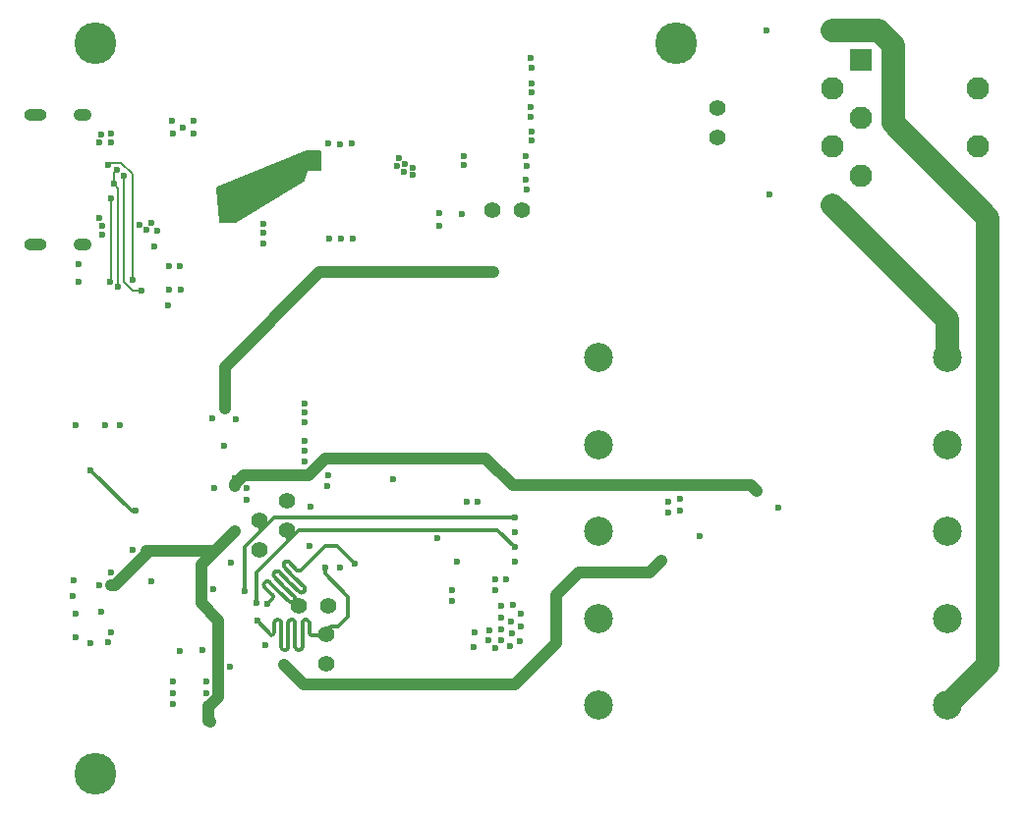
<source format=gbr>
G04 #@! TF.GenerationSoftware,KiCad,Pcbnew,9.0.1+1*
G04 #@! TF.CreationDate,2025-09-08T08:51:25+00:00*
G04 #@! TF.ProjectId,c64psu,63363470-7375-42e6-9b69-6361645f7063,rev?*
G04 #@! TF.SameCoordinates,Original*
G04 #@! TF.FileFunction,Copper,L3,Inr*
G04 #@! TF.FilePolarity,Positive*
%FSLAX46Y46*%
G04 Gerber Fmt 4.6, Leading zero omitted, Abs format (unit mm)*
G04 Created by KiCad (PCBNEW 9.0.1+1) date 2025-09-08 08:51:25*
%MOMM*%
%LPD*%
G01*
G04 APERTURE LIST*
G04 #@! TA.AperFunction,ComponentPad*
%ADD10C,2.500000*%
G04 #@! TD*
G04 #@! TA.AperFunction,ComponentPad*
%ADD11C,1.400000*%
G04 #@! TD*
G04 #@! TA.AperFunction,ComponentPad*
%ADD12C,3.600000*%
G04 #@! TD*
G04 #@! TA.AperFunction,ComponentPad*
%ADD13O,1.550000X1.050000*%
G04 #@! TD*
G04 #@! TA.AperFunction,ComponentPad*
%ADD14O,1.950000X1.050000*%
G04 #@! TD*
G04 #@! TA.AperFunction,ComponentPad*
%ADD15C,1.950000*%
G04 #@! TD*
G04 #@! TA.AperFunction,ComponentPad*
%ADD16R,1.950000X1.950000*%
G04 #@! TD*
G04 #@! TA.AperFunction,ViaPad*
%ADD17C,0.600000*%
G04 #@! TD*
G04 #@! TA.AperFunction,Conductor*
%ADD18C,1.000000*%
G04 #@! TD*
G04 #@! TA.AperFunction,Conductor*
%ADD19C,2.000000*%
G04 #@! TD*
G04 #@! TA.AperFunction,Conductor*
%ADD20C,0.210000*%
G04 #@! TD*
G04 #@! TA.AperFunction,Conductor*
%ADD21C,0.300000*%
G04 #@! TD*
G04 APERTURE END LIST*
D10*
X183370000Y-69110000D03*
X183370000Y-76610000D03*
X183370000Y-84110000D03*
X183370000Y-91610000D03*
X183370000Y-99110000D03*
X213370000Y-69110000D03*
X213370000Y-76610000D03*
X213370000Y-84110000D03*
X213370000Y-91610000D03*
X213370000Y-99110000D03*
D11*
X157500000Y-90520000D03*
X160040000Y-90520000D03*
X159870000Y-92960001D03*
X159870000Y-95500001D03*
D12*
X190000000Y-42000000D03*
D11*
X156510000Y-84019999D03*
X156510000Y-81479999D03*
D13*
X138850000Y-48155000D03*
X138850000Y-59395000D03*
D14*
X134850000Y-48155000D03*
X134850000Y-59395000D03*
D11*
X154120000Y-83130000D03*
X154120000Y-85670000D03*
D12*
X140000000Y-105000000D03*
D11*
X174170300Y-56365150D03*
X176710300Y-56365150D03*
D15*
X215980000Y-50940000D03*
X215980000Y-45940000D03*
D16*
X205980000Y-43440000D03*
D15*
X205980000Y-48440000D03*
X205980000Y-53440000D03*
X203480000Y-45940000D03*
X203480000Y-50940000D03*
X203480000Y-40940000D03*
X203480000Y-55940000D03*
D11*
X193598800Y-50170399D03*
X193598800Y-47630399D03*
D12*
X140000000Y-42000000D03*
D17*
X177535865Y-48329416D03*
X158035465Y-78041544D03*
X147232327Y-61231221D03*
X147367023Y-63241024D03*
X151605000Y-95741000D03*
X154433265Y-59249852D03*
X175390000Y-88210000D03*
X141333500Y-50573950D03*
X146631130Y-48684508D03*
X151064199Y-76720200D03*
X140331850Y-57091395D03*
X173980000Y-92610000D03*
X148432067Y-48691598D03*
X177119813Y-54592482D03*
X157983504Y-74683571D03*
X174990000Y-92530000D03*
X138527300Y-61038750D03*
X150084899Y-74380500D03*
X151683800Y-86777400D03*
X154440694Y-57570786D03*
X189331600Y-81539200D03*
X174950000Y-90530000D03*
X145282548Y-58147437D03*
X177104954Y-53790096D03*
X177104954Y-51739555D03*
X149522200Y-98027000D03*
X198095437Y-55040963D03*
X160020000Y-79260000D03*
X169460400Y-84665999D03*
X174960000Y-93480000D03*
X138323400Y-93201000D03*
X147531100Y-49253150D03*
X138522300Y-62548750D03*
X144836226Y-57520465D03*
X141333500Y-49761150D03*
X177127243Y-52556800D03*
X140307085Y-50562617D03*
X143818100Y-57662976D03*
X149245400Y-94318600D03*
X166682700Y-52402750D03*
X146654600Y-97061800D03*
X154474999Y-58375000D03*
X138120200Y-88324200D03*
X160157760Y-58870423D03*
X138034789Y-89679611D03*
X146673671Y-49826047D03*
X172610000Y-94090000D03*
X141320600Y-87641000D03*
X169601100Y-57736750D03*
X141320600Y-92794600D03*
X153003299Y-80397700D03*
X175700000Y-93970000D03*
X176101001Y-84190000D03*
X160010000Y-80230000D03*
X146659800Y-98027000D03*
X145102500Y-59510000D03*
X167363100Y-53332350D03*
X177543295Y-44094603D03*
X144775000Y-88375000D03*
X197790637Y-40920237D03*
X147264200Y-94420200D03*
X175960000Y-90460000D03*
X140304600Y-88781400D03*
X176610000Y-92320000D03*
X144395672Y-58112274D03*
X140863400Y-74944200D03*
X146310724Y-63283560D03*
X177550724Y-46204580D03*
X158022475Y-76261883D03*
X140579500Y-58488140D03*
X146324903Y-61263122D03*
X160074001Y-50619797D03*
X148417887Y-49804776D03*
X170742500Y-90090001D03*
X162094824Y-50679232D03*
X157994999Y-73840000D03*
X146287500Y-64656750D03*
X177550724Y-50424534D03*
X158034999Y-77120000D03*
X165971500Y-52605950D03*
X140503893Y-90994456D03*
X161094700Y-50724549D03*
X176570000Y-93540000D03*
X192043900Y-84531200D03*
X143228200Y-85733400D03*
X171750508Y-52544481D03*
X174410000Y-88230000D03*
X177543295Y-45454201D03*
X146652601Y-98992200D03*
X153026099Y-81362900D03*
X190347600Y-81308000D03*
X141066600Y-93658200D03*
X139542600Y-93743611D03*
X140569594Y-57765003D03*
X161150000Y-58875000D03*
X161030000Y-87260000D03*
X138323400Y-74944200D03*
X171559500Y-56722749D03*
X149522200Y-97061800D03*
X174420000Y-94130000D03*
X162175539Y-58862446D03*
X171770320Y-51742096D03*
X177528436Y-43284788D03*
X176650000Y-91200000D03*
X167292300Y-52758350D03*
X173830000Y-93520000D03*
X150214499Y-80397700D03*
X177528436Y-47541890D03*
X166530300Y-53113950D03*
X166174700Y-51894750D03*
X174990000Y-91550000D03*
X172632500Y-92840000D03*
X138276507Y-91241944D03*
X142133400Y-74944200D03*
X177550724Y-49607290D03*
X157996495Y-73098764D03*
X152116899Y-74403300D03*
X150120848Y-89122200D03*
X175790000Y-91900000D03*
X169631099Y-56669949D03*
X140498762Y-49899690D03*
X171950000Y-81560000D03*
X198808100Y-82057200D03*
X175900000Y-92890000D03*
X172910000Y-81560000D03*
X165630000Y-79620000D03*
X151125000Y-72700000D03*
X190347600Y-82268000D03*
X174250000Y-61750000D03*
X151156092Y-71816415D03*
X189331600Y-82499200D03*
X173375000Y-61750000D03*
X172575000Y-61750000D03*
X151125000Y-73500000D03*
X152014000Y-84082400D03*
X150617000Y-95741000D03*
X152014198Y-79550000D03*
X149855000Y-100516200D03*
X151429800Y-84666600D03*
X196951600Y-80646000D03*
X149753400Y-99144600D03*
X141320600Y-88601000D03*
X152014198Y-80340000D03*
X150921800Y-85174600D03*
X144260200Y-85835000D03*
X174410000Y-89190000D03*
X141607500Y-54138750D03*
X141972586Y-62987169D03*
X141822754Y-52912510D03*
X143924300Y-63375550D03*
X142458534Y-53398090D03*
X141127500Y-52516750D03*
X143213100Y-62421750D03*
X141367500Y-55349750D03*
X141289958Y-62570008D03*
X139593400Y-78844200D03*
X143454200Y-82329800D03*
X151540302Y-56263550D03*
X159130000Y-52010000D03*
X158535728Y-52532220D03*
X158460000Y-51740000D03*
X151595100Y-57228750D03*
X150934700Y-55755550D03*
X176101001Y-85460000D03*
X153870000Y-90250000D03*
X152840000Y-89250000D03*
X176101001Y-82920000D03*
X154810000Y-90350000D03*
X162300000Y-86920000D03*
X153960000Y-91830000D03*
X159760000Y-87260000D03*
X156230000Y-95590000D03*
X188772800Y-86614000D03*
X158460000Y-85330000D03*
X176101001Y-86730000D03*
X158490000Y-81970000D03*
X171151001Y-86730000D03*
X154620000Y-93930000D03*
X170742500Y-89140002D03*
D18*
X151125000Y-69925000D02*
X159300000Y-61750000D01*
X151125000Y-71785323D02*
X151125000Y-69925000D01*
X159300000Y-61750000D02*
X174250000Y-61750000D01*
X151156092Y-71816415D02*
X151125000Y-71847507D01*
X151156092Y-71816415D02*
X151125000Y-71785323D01*
X151125000Y-72700000D02*
X151125000Y-73500000D01*
X151125000Y-71847507D02*
X151125000Y-72700000D01*
D19*
X213370000Y-69110000D02*
X213370000Y-65830000D01*
X213370000Y-65830000D02*
X203480000Y-55940000D01*
X207460000Y-40940000D02*
X208700000Y-42180000D01*
X203480000Y-40940000D02*
X207460000Y-40940000D01*
X208700000Y-48900000D02*
X216880000Y-57080000D01*
X216880000Y-57080000D02*
X216880000Y-95600000D01*
X216880000Y-95600000D02*
X213370000Y-99110000D01*
X208700000Y-42180000D02*
X208700000Y-48900000D01*
D18*
X149093000Y-90254600D02*
X150604000Y-91765600D01*
X141646628Y-88730600D02*
X141305600Y-88730600D01*
X149753400Y-99144600D02*
X149753400Y-100414600D01*
X150921800Y-85174600D02*
X150312200Y-85784200D01*
X173640000Y-77830000D02*
X159780000Y-77830000D01*
X149753400Y-100414600D02*
X149855000Y-100516200D01*
X149093000Y-87003400D02*
X149093000Y-90254600D01*
X150604000Y-95741000D02*
X150604000Y-98360828D01*
X152745371Y-79240000D02*
X152002299Y-79983072D01*
X159780000Y-77830000D02*
X158370000Y-79240000D01*
X144368600Y-85784200D02*
X144368600Y-86008628D01*
X150312200Y-85784200D02*
X144368600Y-85784200D01*
X158370000Y-79240000D02*
X152745371Y-79240000D01*
X196951600Y-80646000D02*
X196455600Y-80150000D01*
X144368600Y-86008628D02*
X141646628Y-88730600D01*
X150604000Y-98360828D02*
X149820228Y-99144600D01*
X149820228Y-99144600D02*
X149753400Y-99144600D01*
X152002299Y-84070699D02*
X152014000Y-84082400D01*
X175960000Y-80150000D02*
X173640000Y-77830000D01*
X196455600Y-80150000D02*
X175960000Y-80150000D01*
X150604000Y-91765600D02*
X150604000Y-95741000D01*
X152002299Y-79983072D02*
X152002299Y-80160000D01*
X152014000Y-84082400D02*
X149093000Y-87003400D01*
D20*
X141972586Y-59442636D02*
X141972586Y-62987169D01*
X141607500Y-54138750D02*
X141973500Y-54504750D01*
X141607500Y-53127764D02*
X141822754Y-52912510D01*
X141973500Y-54504750D02*
X141973500Y-59441722D01*
X141973500Y-59441722D02*
X141972586Y-59442636D01*
X141607500Y-54138750D02*
X141607500Y-53127764D01*
X143213100Y-63375550D02*
X143924300Y-63375550D01*
X142451100Y-62613550D02*
X143213100Y-63375550D01*
X142458534Y-53398090D02*
X142451100Y-53405524D01*
X142451100Y-53405524D02*
X142451100Y-62613550D01*
X143213100Y-53295642D02*
X143213100Y-62421750D01*
X142223968Y-52306510D02*
X143213100Y-53295642D01*
X141337740Y-52306510D02*
X142223968Y-52306510D01*
X141127500Y-52516750D02*
X141337740Y-52306510D01*
X141367500Y-55349750D02*
X141367500Y-62492466D01*
X141367500Y-62492466D02*
X141289958Y-62570008D01*
D21*
X143079000Y-82329800D02*
X139593400Y-78844200D01*
X143454200Y-82329800D02*
X143079000Y-82329800D01*
X156580000Y-84930000D02*
X157510000Y-84000000D01*
X156580000Y-84930000D02*
X156580000Y-84089999D01*
X156580000Y-84089999D02*
X156510000Y-84019999D01*
X153870000Y-87640000D02*
X156580000Y-84930000D01*
X153870000Y-90250000D02*
X153870000Y-87640000D01*
X174641001Y-84000000D02*
X176101001Y-85460000D01*
X157510000Y-84000000D02*
X174641001Y-84000000D01*
X152840000Y-89250000D02*
X152840000Y-85450000D01*
X155370000Y-82920000D02*
X176101001Y-82920000D01*
X154235000Y-83245000D02*
X154120000Y-83130000D01*
X152840000Y-85450000D02*
X155370000Y-82920000D01*
X154235000Y-84055000D02*
X154235000Y-83245000D01*
X154235000Y-84055000D02*
X155370000Y-82920000D01*
X157135267Y-89735929D02*
X156279667Y-88880329D01*
X156696863Y-86751941D02*
X157382757Y-87437835D01*
X155855405Y-89304595D02*
X156711004Y-90160194D01*
X157722169Y-87437834D02*
X157807021Y-87352980D01*
X154999807Y-88448998D02*
X155685701Y-89134892D01*
X155855407Y-89304598D02*
X155855405Y-89304595D01*
X156272599Y-86836792D02*
X156357451Y-86751941D01*
X157983795Y-88887401D02*
X157128195Y-88031801D01*
X156279667Y-88880329D02*
X156279669Y-88880331D01*
X157050415Y-90160194D02*
X157135267Y-90075341D01*
X155685701Y-89134892D02*
X155855407Y-89304598D01*
X160780000Y-85400000D02*
X162300000Y-86920000D01*
X158237818Y-86922182D02*
X159760000Y-85400000D01*
X157898943Y-89311666D02*
X157983795Y-89226813D01*
X156703933Y-88456067D02*
X157559532Y-89311666D01*
X155424071Y-87685320D02*
X155508923Y-87600469D01*
X156279669Y-88880331D02*
X155424070Y-88024732D01*
X157807021Y-87352980D02*
X158237818Y-86922182D01*
X157128195Y-88031801D02*
X157128197Y-88031803D01*
X154575541Y-88533851D02*
X154660395Y-88448998D01*
X156703935Y-88456069D02*
X156703933Y-88456067D01*
X156958492Y-87862098D02*
X156272598Y-87176204D01*
X155848335Y-87600469D02*
X156703935Y-88456069D01*
X159760000Y-85400000D02*
X160780000Y-85400000D01*
X155261435Y-89559154D02*
X154575542Y-88873261D01*
X157128197Y-88031803D02*
X156958492Y-87862098D01*
X154810000Y-90350000D02*
X155261434Y-89898566D01*
X155508923Y-87600469D02*
G75*
G02*
X155848335Y-87600469I169706J-169701D01*
G01*
X154660395Y-88448998D02*
G75*
G02*
X154999807Y-88448998I169706J-169708D01*
G01*
X156711004Y-90160194D02*
G75*
G03*
X157050415Y-90160195I169706J169707D01*
G01*
X157983795Y-89226813D02*
G75*
G03*
X157983802Y-88887394I-169695J169713D01*
G01*
X155261434Y-89898566D02*
G75*
G03*
X155261395Y-89559194I-169734J169666D01*
G01*
X157559532Y-89311666D02*
G75*
G03*
X157898943Y-89311667I169706J169707D01*
G01*
X157135267Y-90075341D02*
G75*
G03*
X157135302Y-89735894I-169667J169741D01*
G01*
X154575542Y-88873261D02*
G75*
G02*
X154575585Y-88533896I169658J169661D01*
G01*
X155424070Y-88024732D02*
G75*
G02*
X155424044Y-87685294I169730J169732D01*
G01*
X156357451Y-86751941D02*
G75*
G02*
X156696863Y-86751941I169706J-169701D01*
G01*
X157382757Y-87437835D02*
G75*
G03*
X157722206Y-87437872I169743J169735D01*
G01*
X156272598Y-87176204D02*
G75*
G02*
X156272601Y-86836794I169702J169704D01*
G01*
X157810000Y-94100000D02*
X157810000Y-93040000D01*
X159959619Y-92580380D02*
X160281307Y-92258693D01*
X158050000Y-91740000D02*
X158170000Y-91740000D01*
X155410000Y-92800000D02*
X155410000Y-91980000D01*
X156250000Y-94340000D02*
X156370000Y-94340000D01*
X156010000Y-93040000D02*
X156010000Y-94100000D01*
X155650000Y-91740000D02*
X155770000Y-91740000D01*
X153960000Y-91830000D02*
X155170000Y-93040000D01*
X158770000Y-93040000D02*
X159500000Y-93040000D01*
X157810000Y-92800000D02*
X157810000Y-91980000D01*
X156010000Y-92800000D02*
X156010000Y-93040000D01*
X159500000Y-93040000D02*
X159959619Y-92580380D01*
X156610000Y-93040000D02*
X156610000Y-91980000D01*
X156610000Y-94100000D02*
X156610000Y-93040000D01*
X158410000Y-91980000D02*
X158410000Y-92800000D01*
X157210000Y-91980000D02*
X157210000Y-93040000D01*
X161760000Y-91440000D02*
X161760000Y-89730000D01*
X156850000Y-91740000D02*
X156970000Y-91740000D01*
X157810000Y-93040000D02*
X157810000Y-92800000D01*
X158650000Y-93040000D02*
X158770000Y-93040000D01*
X157210000Y-93040000D02*
X157210000Y-94100000D01*
X161760000Y-89730000D02*
X159760000Y-87730000D01*
X156010000Y-91980000D02*
X156010000Y-92800000D01*
X157450000Y-94340000D02*
X157570000Y-94340000D01*
X160941307Y-92258693D02*
X161760000Y-91440000D01*
X159760000Y-87730000D02*
X159760000Y-87260000D01*
X160281307Y-92258693D02*
X160941307Y-92258693D01*
X158410000Y-92800000D02*
G75*
G03*
X158650000Y-93040000I240000J0D01*
G01*
X156010000Y-94100000D02*
G75*
G03*
X156250000Y-94340000I240000J0D01*
G01*
X155170000Y-93040000D02*
G75*
G03*
X155410000Y-92800000I0J240000D01*
G01*
X155410000Y-91980000D02*
G75*
G02*
X155650000Y-91740000I240000J0D01*
G01*
X157810000Y-91980000D02*
G75*
G02*
X158050000Y-91740000I240000J0D01*
G01*
X158170000Y-91740000D02*
G75*
G02*
X158410000Y-91980000I0J-240000D01*
G01*
X156370000Y-94340000D02*
G75*
G03*
X156610000Y-94100000I0J240000D01*
G01*
X157210000Y-94100000D02*
G75*
G03*
X157450000Y-94340000I240000J0D01*
G01*
X156970000Y-91740000D02*
G75*
G02*
X157210000Y-91980000I0J-240000D01*
G01*
X155770000Y-91740000D02*
G75*
G02*
X156010000Y-91980000I0J-240000D01*
G01*
X157570000Y-94340000D02*
G75*
G03*
X157810000Y-94100000I0J240000D01*
G01*
X156610000Y-91980000D02*
G75*
G02*
X156850000Y-91740000I240000J0D01*
G01*
D18*
X179670000Y-89590000D02*
X181630000Y-87630000D01*
X179670000Y-93730000D02*
X179670000Y-89590000D01*
X181630000Y-87630000D02*
X187756800Y-87630000D01*
X176130000Y-97270000D02*
X179670000Y-93730000D01*
X156230000Y-95590000D02*
X157910000Y-97270000D01*
X187756800Y-87630000D02*
X188772800Y-86614000D01*
X157910000Y-97270000D02*
X176130000Y-97270000D01*
G04 #@! TA.AperFunction,Conductor*
G36*
X159392841Y-51259830D02*
G01*
X159439046Y-51312241D01*
X159450695Y-51364117D01*
X159458133Y-52906952D01*
X159438771Y-52974086D01*
X159386189Y-53020095D01*
X159334134Y-53031550D01*
X158233158Y-53031550D01*
X158025213Y-53901020D01*
X157990475Y-53961642D01*
X157967792Y-53978875D01*
X152079632Y-57465382D01*
X152016214Y-57482684D01*
X150743863Y-57480220D01*
X150676862Y-57460405D01*
X150631209Y-57407513D01*
X150620532Y-57366531D01*
X150383491Y-54525726D01*
X150397533Y-54457282D01*
X150446350Y-54407295D01*
X150460511Y-54400484D01*
X158218122Y-51258859D01*
X158263604Y-51249798D01*
X159325638Y-51240720D01*
X159392841Y-51259830D01*
G37*
G04 #@! TD.AperFunction*
M02*

</source>
